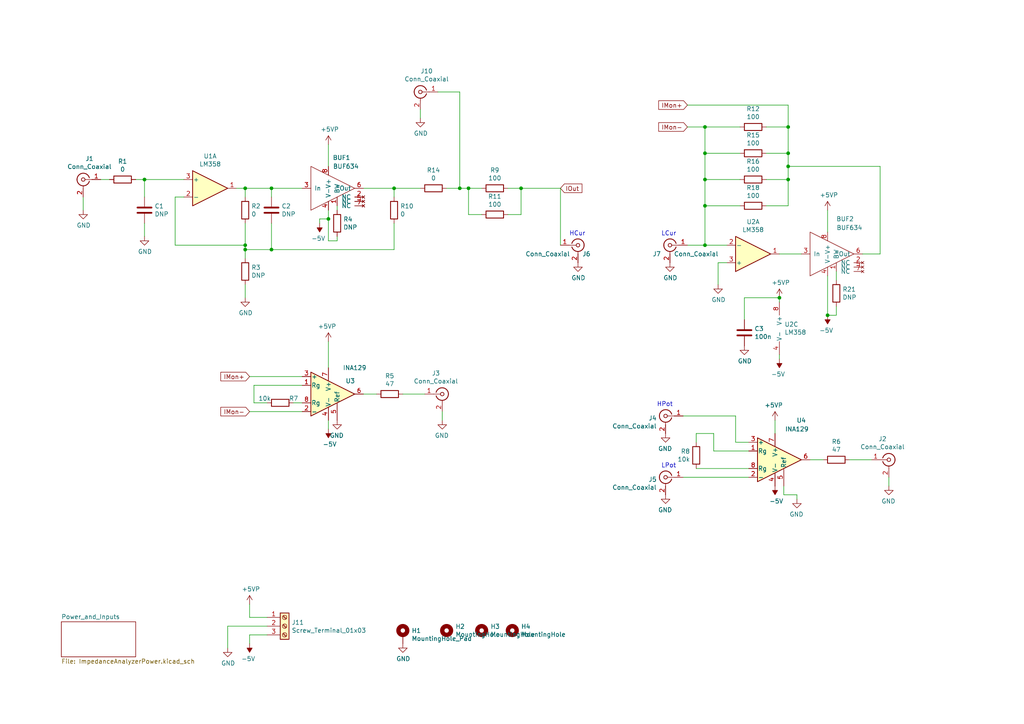
<source format=kicad_sch>
(kicad_sch (version 20211123) (generator eeschema)
  (paper "A4")
  (lib_symbols
    (symbol "Amplifier_Instrumentation:INA129" (pin_names (offset 0.127))
      (property "Reference" "U" (at 3.81 3.175 0))
      (property "Value" "INA129" (at 3.81 -3.175 0))
      (symbol "INA129_0_1"
        (polyline (pts (xy 7.62 0) (xy -5.08 6.35) (xy -5.08 -6.35) (xy 7.62 0)) (stroke (width 0.254)) (fill (type background)))
      )
      (symbol "INA129_1_1"
        (pin passive line (at -7.62 2.54 0) (length 2.54) (name "Rg") (number "1"))
        (pin input line (at -7.62 -5.08 0) (length 2.54) (name "-") (number "2"))
        (pin input line (at -7.62 5.08 0) (length 2.54) (name "+") (number "3"))
        (pin power_in line (at 0 -7.62 90) (length 3.81) (name "V-") (number "4"))
        (pin input line (at 2.54 -7.62 90) (length 5.08) (name "Ref") (number "5"))
        (pin output line (at 10.16 0 180) (length 2.54) (name "~") (number "6"))
        (pin power_in line (at 0 7.62 270) (length 3.81) (name "V+") (number "7"))
        (pin passive line (at -7.62 -2.54 0) (length 2.54) (name "Rg") (number "8"))
      )
    )
    (symbol "Amplifier_Operational:LM358" (pin_names (offset 0.127))
      (property "Reference" "U" (at 0 5.08 0))
      (property "Value" "LM358" (at 0 -5.08 0))
      (symbol "LM358_1_1"
        (polyline (pts (xy -5.08 5.08) (xy 5.08 0) (xy -5.08 -5.08) (xy -5.08 5.08)) (stroke (width 0.254)) (fill (type background)))
        (pin output line (at 7.62 0 180) (length 2.54) (name "~") (number "1"))
        (pin input line (at -7.62 -2.54 0) (length 2.54) (name "-") (number "2"))
        (pin input line (at -7.62 2.54 0) (length 2.54) (name "+") (number "3"))
      )
      (symbol "LM358_2_1"
        (polyline (pts (xy -5.08 5.08) (xy 5.08 0) (xy -5.08 -5.08) (xy -5.08 5.08)) (stroke (width 0.254)) (fill (type background)))
        (pin input line (at -7.62 2.54 0) (length 2.54) (name "+") (number "5"))
        (pin input line (at -7.62 -2.54 0) (length 2.54) (name "-") (number "6"))
        (pin output line (at 7.62 0 180) (length 2.54) (name "~") (number "7"))
      )
      (symbol "LM358_3_1"
        (pin power_in line (at -2.54 -7.62 90) (length 3.81) (name "V-") (number "4"))
        (pin power_in line (at -2.54 7.62 270) (length 3.81) (name "V+") (number "8"))
      )
    )
    (symbol "Connector:Conn_Coaxial" (pin_names (offset 1.016) hide)
      (property "Reference" "J" (at 0.254 3.048 0))
      (property "Value" "Conn_Coaxial" (at 2.921 0 90))
      (symbol "Conn_Coaxial_0_1"
        (arc (start -1.778 -0.508) (mid 0.222 -1.808) (end 1.778 0) (stroke (width 0.254)))
        (polyline (pts (xy -2.54 0) (xy -0.508 0)))
        (polyline (pts (xy 0 -2.54) (xy 0 -1.778)))
        (circle (center 0 0) (radius 0.508) (stroke (width 0.2032)))
        (arc (start 1.778 0) (mid 0.2221 1.8083) (end -1.778 0.508) (stroke (width 0.254)))
      )
      (symbol "Conn_Coaxial_1_1"
        (pin passive line (at -5.08 0 0) (length 2.54) (name "In") (number "1"))
        (pin passive line (at 0 -5.08 90) (length 2.54) (name "Ext") (number "2"))
      )
    )
    (symbol "Connector:Screw_Terminal_01x03" (pin_names (offset 1.016) hide)
      (property "Reference" "J" (at 0 5.08 0))
      (property "Value" "Screw_Terminal_01x03" (at 0 -5.08 0))
      (symbol "Screw_Terminal_01x03_1_1"
        (rectangle (start -1.27 3.81) (end 1.27 -3.81) (stroke (width 0.254)) (fill (type background)))
        (circle (center 0 -2.54) (radius 0.635) (stroke (width 0.1524)))
        (polyline (pts (xy -0.5334 -2.2098) (xy 0.3302 -3.048)) (stroke (width 0.1524)))
        (polyline (pts (xy -0.5334 0.3302) (xy 0.3302 -0.508)) (stroke (width 0.1524)))
        (polyline (pts (xy -0.5334 2.8702) (xy 0.3302 2.032)) (stroke (width 0.1524)))
        (polyline (pts (xy -0.3556 -2.032) (xy 0.508 -2.8702)) (stroke (width 0.1524)))
        (polyline (pts (xy -0.3556 0.508) (xy 0.508 -0.3302)) (stroke (width 0.1524)))
        (polyline (pts (xy -0.3556 3.048) (xy 0.508 2.2098)) (stroke (width 0.1524)))
        (circle (center 0 0) (radius 0.635) (stroke (width 0.1524)))
        (circle (center 0 2.54) (radius 0.635) (stroke (width 0.1524)))
        (pin passive line (at -5.08 2.54 0) (length 3.81) (name "Pin_1") (number "1"))
        (pin passive line (at -5.08 0 0) (length 3.81) (name "Pin_2") (number "2"))
        (pin passive line (at -5.08 -2.54 0) (length 3.81) (name "Pin_3") (number "3"))
      )
    )
    (symbol "Device:C" (pin_numbers hide) (pin_names (offset 0.254))
      (property "Reference" "C" (at 0.635 2.54 0))
      (property "Value" "C" (at 0.635 -2.54 0))
      (symbol "C_0_1"
        (polyline (pts (xy -2.032 -0.762) (xy 2.032 -0.762)) (stroke (width 0.508)))
        (polyline (pts (xy -2.032 0.762) (xy 2.032 0.762)) (stroke (width 0.508)))
      )
      (symbol "C_1_1"
        (pin passive line (at 0 3.81 270) (length 2.794) (name "~") (number "1"))
        (pin passive line (at 0 -3.81 90) (length 2.794) (name "~") (number "2"))
      )
    )
    (symbol "Device:R" (pin_numbers hide) (pin_names (offset 0))
      (property "Reference" "R" (at 2.032 0 90))
      (property "Value" "R" (at 0 0 90))
      (symbol "R_0_1"
        (rectangle (start -1.016 -2.54) (end 1.016 2.54) (stroke (width 0.254)))
      )
      (symbol "R_1_1"
        (pin passive line (at 0 3.81 270) (length 1.27) (name "~") (number "1"))
        (pin passive line (at 0 -3.81 90) (length 1.27) (name "~") (number "2"))
      )
    )
    (symbol "Eli_Lib:BUF634" (pin_names (offset 1.016))
      (property "Reference" "BUF" (at 6.35 6.35 0))
      (property "Value" "Eli_Lib_BUF634" (at 7.62 3.81 0))
      (symbol "BUF634_0_1"
        (polyline (pts (xy -5.08 -6.35) (xy 7.62 0) (xy -5.08 6.35) (xy -5.08 -6.35)))
      )
      (symbol "BUF634_1_1"
        (pin input line (at 2.54 -5.08 90) (length 2.54) (name "BW") (number "1"))
        (pin no_connect line (at 10.16 -2.54 180) (length 2.54) (name "NC") (number "2"))
        (pin input line (at -7.62 0 0) (length 2.54) (name "In") (number "3"))
        (pin input line (at 0 -6.35 90) (length 2.54) (name "V-") (number "4"))
        (pin no_connect line (at 10.16 -3.81 180) (length 2.54) (name "NC") (number "5"))
        (pin input line (at 10.16 0 180) (length 2.54) (name "Out") (number "6"))
        (pin no_connect line (at 10.16 -5.08 180) (length 2.54) (name "NC") (number "7"))
        (pin input line (at 0 6.35 270) (length 2.54) (name "V+") (number "8"))
      )
    )
    (symbol "Mechanical:MountingHole" (pin_names (offset 1.016))
      (property "Reference" "H" (at 0 5.08 0))
      (property "Value" "MountingHole" (at 0 3.175 0))
      (symbol "MountingHole_0_1"
        (circle (center 0 0) (radius 1.27) (stroke (width 1.27)))
      )
    )
    (symbol "Mechanical:MountingHole_Pad" (pin_numbers hide) (pin_names (offset 1.016) hide)
      (property "Reference" "H" (at 0 6.35 0))
      (property "Value" "MountingHole_Pad" (at 0 4.445 0))
      (symbol "MountingHole_Pad_0_1"
        (circle (center 0 1.27) (radius 1.27) (stroke (width 1.27)))
      )
      (symbol "MountingHole_Pad_1_1"
        (pin input line (at 0 -2.54 90) (length 2.54) (name "1") (number "1"))
      )
    )
    (symbol "power:+5VP" (power) (pin_names (offset 0))
      (property "Value" "+5VP" (at 0 3.556 0))
      (symbol "+5VP_0_1"
        (polyline (pts (xy -0.762 1.27) (xy 0 2.54)))
        (polyline (pts (xy 0 0) (xy 0 2.54)))
        (polyline (pts (xy 0 2.54) (xy 0.762 1.27)))
      )
      (symbol "+5VP_1_1"
        (pin power_in line (at 0 0 90) (length 0) hide (name "+5VP") (number "1"))
      )
    )
    (symbol "power:-5V" (power) (pin_names (offset 0))
      (property "Value" "-5V" (at 0 3.81 0))
      (symbol "-5V_0_0"
        (pin power_in line (at 0 0 90) (length 0) hide (name "-5V") (number "1"))
      )
      (symbol "-5V_0_1"
        (polyline (pts (xy 0 0) (xy 0 1.27) (xy 0.762 1.27) (xy 0 2.54) (xy -0.762 1.27) (xy 0 1.27)) (fill (type outline)))
      )
    )
    (symbol "power:GND" (power) (pin_names (offset 0))
      (property "Value" "GND" (at 0 -3.81 0))
      (symbol "GND_0_1"
        (polyline (pts (xy 0 0) (xy 0 -1.27) (xy 1.27 -1.27) (xy 0 -2.54) (xy -1.27 -1.27) (xy 0 -1.27)))
      )
      (symbol "GND_1_1"
        (pin power_in line (at 0 0 270) (length 0) hide (name "GND") (number "1"))
      )
    )
  )
  (junction (at 226.06 86.36))
  (junction (at 133.35 54.61))
  (junction (at 135.89 54.61))
  (junction (at 204.47 59.69))
  (junction (at 228.6 48.26))
  (junction (at 204.47 36.83))
  (junction (at 204.47 44.45))
  (junction (at 240.03 91.44))
  (junction (at 78.74 54.61))
  (junction (at 71.12 72.39))
  (junction (at 228.6 44.45))
  (junction (at 95.25 63.5))
  (junction (at 204.47 52.07))
  (junction (at 41.91 52.07))
  (junction (at 71.12 71.12))
  (junction (at 71.12 54.61))
  (junction (at 78.74 72.39))
  (junction (at 114.3 54.61))
  (junction (at 228.6 36.83))
  (junction (at 151.13 54.61))
  (junction (at 204.47 71.12))
  (junction (at 228.6 52.07))
  (wire (pts (xy 139.7 62.23) (xy 135.89 62.23)))
  (wire (pts (xy 72.39 175.26) (xy 72.39 179.07)))
  (wire (pts (xy 50.8 71.12) (xy 50.8 57.15)))
  (wire (pts (xy 222.25 52.07) (xy 228.6 52.07)))
  (wire (pts (xy 255.27 73.66) (xy 255.27 48.26)))
  (wire (pts (xy 214.63 59.69) (xy 204.47 59.69)))
  (wire (pts (xy 95.25 124.46) (xy 95.25 121.92)))
  (wire (pts (xy 224.79 121.92) (xy 224.79 125.73)))
  (wire (pts (xy 135.89 54.61) (xy 139.7 54.61)))
  (wire (pts (xy 71.12 74.93) (xy 71.12 72.39)))
  (wire (pts (xy 41.91 52.07) (xy 53.34 52.07)))
  (wire (pts (xy 242.57 78.74) (xy 242.57 81.28)))
  (wire (pts (xy 204.47 44.45) (xy 204.47 36.83)))
  (wire (pts (xy 240.03 60.96) (xy 240.03 67.31)))
  (wire (pts (xy 29.21 52.07) (xy 31.75 52.07)))
  (wire (pts (xy 97.79 68.58) (xy 97.79 69.85)))
  (wire (pts (xy 162.56 54.61) (xy 162.56 71.12)))
  (wire (pts (xy 213.36 120.65) (xy 198.12 120.65)))
  (wire (pts (xy 92.71 63.5) (xy 95.25 63.5)))
  (wire (pts (xy 231.14 144.78) (xy 231.14 143.51)))
  (wire (pts (xy 228.6 52.07) (xy 228.6 48.26)))
  (wire (pts (xy 151.13 54.61) (xy 147.32 54.61)))
  (wire (pts (xy 114.3 72.39) (xy 78.74 72.39)))
  (wire (pts (xy 97.79 59.69) (xy 97.79 60.96)))
  (wire (pts (xy 213.36 128.27) (xy 213.36 120.65)))
  (wire (pts (xy 92.71 64.77) (xy 92.71 63.5)))
  (wire (pts (xy 105.41 54.61) (xy 114.3 54.61)))
  (wire (pts (xy 217.17 128.27) (xy 213.36 128.27)))
  (wire (pts (xy 66.04 181.61) (xy 77.47 181.61)))
  (wire (pts (xy 71.12 86.36) (xy 71.12 82.55)))
  (wire (pts (xy 68.58 54.61) (xy 71.12 54.61)))
  (wire (pts (xy 41.91 52.07) (xy 41.91 57.15)))
  (wire (pts (xy 77.47 116.84) (xy 73.66 116.84)))
  (wire (pts (xy 39.37 52.07) (xy 41.91 52.07)))
  (wire (pts (xy 238.76 133.35) (xy 234.95 133.35)))
  (wire (pts (xy 121.92 34.29) (xy 121.92 31.75)))
  (wire (pts (xy 215.9 86.36) (xy 215.9 92.71)))
  (wire (pts (xy 226.06 102.87) (xy 226.06 104.14)))
  (wire (pts (xy 228.6 48.26) (xy 228.6 44.45)))
  (wire (pts (xy 133.35 54.61) (xy 135.89 54.61)))
  (wire (pts (xy 97.79 69.85) (xy 95.25 69.85)))
  (wire (pts (xy 129.54 54.61) (xy 133.35 54.61)))
  (wire (pts (xy 114.3 64.77) (xy 114.3 72.39)))
  (wire (pts (xy 87.63 119.38) (xy 72.39 119.38)))
  (wire (pts (xy 95.25 63.5) (xy 95.25 60.96)))
  (wire (pts (xy 199.39 30.48) (xy 228.6 30.48)))
  (wire (pts (xy 78.74 54.61) (xy 87.63 54.61)))
  (wire (pts (xy 204.47 52.07) (xy 214.63 52.07)))
  (wire (pts (xy 222.25 36.83) (xy 228.6 36.83)))
  (wire (pts (xy 66.04 187.96) (xy 66.04 181.61)))
  (wire (pts (xy 72.39 109.22) (xy 87.63 109.22)))
  (wire (pts (xy 114.3 54.61) (xy 121.92 54.61)))
  (wire (pts (xy 127 26.67) (xy 133.35 26.67)))
  (wire (pts (xy 204.47 59.69) (xy 204.47 52.07)))
  (wire (pts (xy 198.12 138.43) (xy 217.17 138.43)))
  (wire (pts (xy 78.74 72.39) (xy 78.74 64.77)))
  (wire (pts (xy 201.93 125.73) (xy 207.01 125.73)))
  (wire (pts (xy 147.32 62.23) (xy 151.13 62.23)))
  (wire (pts (xy 222.25 44.45) (xy 228.6 44.45)))
  (wire (pts (xy 226.06 73.66) (xy 232.41 73.66)))
  (wire (pts (xy 231.14 143.51) (xy 227.33 143.51)))
  (wire (pts (xy 72.39 186.69) (xy 72.39 184.15)))
  (wire (pts (xy 71.12 54.61) (xy 71.12 57.15)))
  (wire (pts (xy 228.6 30.48) (xy 228.6 36.83)))
  (wire (pts (xy 217.17 135.89) (xy 201.93 135.89)))
  (wire (pts (xy 128.27 121.92) (xy 128.27 119.38)))
  (wire (pts (xy 151.13 54.61) (xy 162.56 54.61)))
  (wire (pts (xy 227.33 143.51) (xy 227.33 140.97)))
  (wire (pts (xy 204.47 71.12) (xy 204.47 59.69)))
  (wire (pts (xy 71.12 72.39) (xy 78.74 72.39)))
  (wire (pts (xy 250.19 73.66) (xy 255.27 73.66)))
  (wire (pts (xy 95.25 99.06) (xy 95.25 106.68)))
  (wire (pts (xy 208.28 76.2) (xy 210.82 76.2)))
  (wire (pts (xy 72.39 184.15) (xy 77.47 184.15)))
  (wire (pts (xy 228.6 44.45) (xy 228.6 36.83)))
  (wire (pts (xy 208.28 82.55) (xy 208.28 76.2)))
  (wire (pts (xy 78.74 54.61) (xy 71.12 54.61)))
  (wire (pts (xy 71.12 71.12) (xy 50.8 71.12)))
  (wire (pts (xy 95.25 69.85) (xy 95.25 63.5)))
  (wire (pts (xy 204.47 36.83) (xy 214.63 36.83)))
  (wire (pts (xy 73.66 111.76) (xy 87.63 111.76)))
  (wire (pts (xy 240.03 91.44) (xy 242.57 91.44)))
  (wire (pts (xy 116.84 114.3) (xy 123.19 114.3)))
  (wire (pts (xy 151.13 62.23) (xy 151.13 54.61)))
  (wire (pts (xy 133.35 26.67) (xy 133.35 54.61)))
  (wire (pts (xy 109.22 114.3) (xy 105.41 114.3)))
  (wire (pts (xy 255.27 48.26) (xy 228.6 48.26)))
  (wire (pts (xy 226.06 86.36) (xy 226.06 87.63)))
  (wire (pts (xy 71.12 72.39) (xy 71.12 71.12)))
  (wire (pts (xy 207.01 130.81) (xy 217.17 130.81)))
  (wire (pts (xy 246.38 133.35) (xy 252.73 133.35)))
  (wire (pts (xy 41.91 68.58) (xy 41.91 64.77)))
  (wire (pts (xy 72.39 179.07) (xy 77.47 179.07)))
  (wire (pts (xy 24.13 60.96) (xy 24.13 57.15)))
  (wire (pts (xy 257.81 140.97) (xy 257.81 138.43)))
  (wire (pts (xy 204.47 71.12) (xy 199.39 71.12)))
  (wire (pts (xy 242.57 91.44) (xy 242.57 88.9)))
  (wire (pts (xy 114.3 54.61) (xy 114.3 57.15)))
  (wire (pts (xy 78.74 54.61) (xy 78.74 57.15)))
  (wire (pts (xy 199.39 36.83) (xy 204.47 36.83)))
  (wire (pts (xy 87.63 116.84) (xy 85.09 116.84)))
  (wire (pts (xy 73.66 111.76) (xy 73.66 116.84)))
  (wire (pts (xy 135.89 62.23) (xy 135.89 54.61)))
  (wire (pts (xy 204.47 44.45) (xy 204.47 52.07)))
  (wire (pts (xy 240.03 80.01) (xy 240.03 91.44)))
  (wire (pts (xy 207.01 125.73) (xy 207.01 130.81)))
  (wire (pts (xy 71.12 64.77) (xy 71.12 71.12)))
  (wire (pts (xy 210.82 71.12) (xy 204.47 71.12)))
  (wire (pts (xy 222.25 59.69) (xy 228.6 59.69)))
  (wire (pts (xy 201.93 128.27) (xy 201.93 125.73)))
  (wire (pts (xy 95.25 41.91) (xy 95.25 48.26)))
  (wire (pts (xy 50.8 57.15) (xy 53.34 57.15)))
  (wire (pts (xy 226.06 86.36) (xy 215.9 86.36)))
  (wire (pts (xy 204.47 44.45) (xy 214.63 44.45)))
  (wire (pts (xy 228.6 52.07) (xy 228.6 59.69)))
  (text "HCur" (at 165.1 68.58 0) (effects (font (size 1.27 1.27)) (justify left bottom)))
  (text "LCur" (at 191.77 68.58 0) (effects (font (size 1.27 1.27)) (justify left bottom)))
  (text "LPot" (at 191.77 135.89 0) (effects (font (size 1.27 1.27)) (justify left bottom)))
  (text "HPot" (at 190.5 118.11 0) (effects (font (size 1.27 1.27)) (justify left bottom)))
  (global_label "IMon-" (shape input) (at 199.39 36.83 180) (property "Intersheet References" "${INTERSHEET_REFS}" (effects hide)))
  (global_label "IMon-" (shape input) (at 72.39 119.38 180) (property "Intersheet References" "${INTERSHEET_REFS}" (effects hide)))
  (global_label "IOut" (shape input) (at 162.56 54.61 0) (property "Intersheet References" "${INTERSHEET_REFS}" (effects hide)))
  (global_label "IMon+" (shape input) (at 199.39 30.48 180) (property "Intersheet References" "${INTERSHEET_REFS}" (effects hide)))
  (global_label "IMon+" (shape input) (at 72.39 109.22 180) (property "Intersheet References" "${INTERSHEET_REFS}" (effects hide)))
  (symbol (lib_id "Amplifier_Instrumentation:INA129") (at 224.79 133.35 0) (unit 1)
    (property "Reference" "U4" (at 232.41 121.92 0))
    (property "Value" "INA129" (at 231.14 124.46 0))
    (property "Footprint" "Package_DIP:DIP-8_W7.62mm" (effects hide))
    (property "Datasheet" "http://www.ti.com/lit/ds/symlink/ina128.pdf" (effects hide))
  )
  (symbol (lib_id "Connector:Conn_Coaxial") (at 24.13 52.07 0) (mirror y) (unit 1)
    (property "Reference" "J1" (at 25.9588 46.0248 0))
    (property "Value" "Conn_Coaxial" (at 25.9588 48.3362 0))
    (property "Footprint" "Connector_Coaxial:BNC_TEConnectivity_1478204_Vertical" (effects hide))
    (property "Datasheet" " ~" (effects hide))
  )
  (symbol (lib_id "Amplifier_Operational:LM358") (at 60.96 54.61 0) (unit 1)
    (property "Reference" "U1" (at 60.96 45.2882 0))
    (property "Value" "LM358" (at 60.96 47.5996 0))
    (property "Footprint" "Package_SO:SO-8_3.9x4.9mm_P1.27mm" (effects hide))
    (property "Datasheet" "http://www.ti.com/lit/ds/symlink/lm2904-n.pdf" (effects hide))
  )
  (symbol (lib_id "Device:R") (at 71.12 60.96 0) (unit 1)
    (property "Reference" "R2" (at 72.898 59.7916 0) (effects (justify left)))
    (property "Value" "0" (at 72.898 62.103 0) (effects (justify left)))
    (property "Footprint" "Resistor_SMD:R_1206_3216Metric" (effects hide))
  )
  (symbol (lib_id "Device:R") (at 71.12 78.74 0) (unit 1)
    (property "Reference" "R3" (at 72.898 77.5716 0) (effects (justify left)))
    (property "Value" "DNP" (at 72.898 79.883 0) (effects (justify left)))
    (property "Footprint" "Resistor_SMD:R_1206_3216Metric" (effects hide))
  )
  (symbol (lib_id "Device:R") (at 35.56 52.07 270) (unit 1)
    (property "Reference" "R1" (at 35.56 46.8122 90))
    (property "Value" "0" (at 35.56 49.1236 90))
    (property "Footprint" "Resistor_SMD:R_1206_3216Metric" (effects hide))
  )
  (symbol (lib_id "Device:C") (at 41.91 60.96 0) (unit 1)
    (property "Reference" "C1" (at 44.831 59.7916 0) (effects (justify left)))
    (property "Value" "DNP" (at 44.831 62.103 0) (effects (justify left)))
    (property "Footprint" "Capacitor_SMD:C_0805_2012Metric" (effects hide))
  )
  (symbol (lib_id "power:GND") (at 24.13 60.96 0) (unit 1)
    (property "Reference" "#PWR0101" (effects hide))
    (property "Value" "GND" (at 24.257 65.3542 0))
  )
  (symbol (lib_id "power:GND") (at 41.91 68.58 0) (unit 1)
    (property "Reference" "#PWR0102" (effects hide))
    (property "Value" "GND" (at 42.037 72.9742 0))
  )
  (symbol (lib_id "power:GND") (at 71.12 86.36 0) (unit 1)
    (property "Reference" "#PWR0103" (effects hide))
    (property "Value" "GND" (at 71.247 90.7542 0))
  )
  (symbol (lib_id "Device:C") (at 78.74 60.96 0) (unit 1)
    (property "Reference" "C2" (at 81.661 59.7916 0) (effects (justify left)))
    (property "Value" "DNP" (at 81.661 62.103 0) (effects (justify left)))
    (property "Footprint" "Capacitor_SMD:C_0805_2012Metric" (effects hide))
  )
  (symbol (lib_id "Device:R") (at 143.51 54.61 270) (unit 1)
    (property "Reference" "R9" (at 143.51 49.3522 90))
    (property "Value" "100" (at 143.51 51.6636 90))
    (property "Footprint" "Resistor_SMD:R_1206_3216Metric" (effects hide))
  )
  (symbol (lib_id "Connector:Conn_Coaxial") (at 167.64 71.12 0) (unit 1)
    (property "Reference" "J6" (at 168.91 73.66 0) (effects (justify left)))
    (property "Value" "Conn_Coaxial" (at 152.4 73.66 0) (effects (justify left)))
    (property "Footprint" "Connector_Coaxial:BNC_TEConnectivity_1478204_Vertical" (effects hide))
    (property "Datasheet" " ~" (effects hide))
  )
  (symbol (lib_id "Connector:Conn_Coaxial") (at 193.04 120.65 0) (mirror y) (unit 1)
    (property "Reference" "J4" (at 190.5 121.285 0) (effects (justify left)))
    (property "Value" "Conn_Coaxial" (at 190.5 123.5964 0) (effects (justify left)))
    (property "Footprint" "Connector_Coaxial:BNC_TEConnectivity_1478204_Vertical" (effects hide))
    (property "Datasheet" " ~" (effects hide))
  )
  (symbol (lib_id "Connector:Conn_Coaxial") (at 193.04 138.43 0) (mirror y) (unit 1)
    (property "Reference" "J5" (at 190.5 139.065 0) (effects (justify left)))
    (property "Value" "Conn_Coaxial" (at 190.5 141.3764 0) (effects (justify left)))
    (property "Footprint" "Connector_Coaxial:BNC_TEConnectivity_1478204_Vertical" (effects hide))
    (property "Datasheet" " ~" (effects hide))
  )
  (symbol (lib_id "Connector:Conn_Coaxial") (at 194.31 71.12 0) (mirror y) (unit 1)
    (property "Reference" "J7" (at 190.5 73.66 0))
    (property "Value" "Conn_Coaxial" (at 201.93 73.66 0))
    (property "Footprint" "Connector_Coaxial:BNC_TEConnectivity_1478204_Vertical" (effects hide))
    (property "Datasheet" " ~" (effects hide))
  )
  (symbol (lib_id "power:GND") (at 193.04 125.73 0) (mirror y) (unit 1)
    (property "Reference" "#PWR0106" (effects hide))
    (property "Value" "GND" (at 192.913 130.1242 0))
  )
  (symbol (lib_id "power:GND") (at 167.64 76.2 0) (unit 1)
    (property "Reference" "#PWR0107" (effects hide))
    (property "Value" "GND" (at 167.767 80.5942 0))
  )
  (symbol (lib_id "power:GND") (at 193.04 143.51 0) (mirror y) (unit 1)
    (property "Reference" "#PWR0108" (effects hide))
    (property "Value" "GND" (at 192.913 147.9042 0))
  )
  (symbol (lib_id "power:GND") (at 194.31 76.2 0) (unit 1)
    (property "Reference" "#PWR0109" (effects hide))
    (property "Value" "GND" (at 194.437 80.5942 0))
  )
  (symbol (lib_id "Amplifier_Instrumentation:INA129") (at 95.25 114.3 0) (unit 1)
    (property "Reference" "U3" (at 101.6 110.49 0))
    (property "Value" "INA129" (at 102.87 106.68 0))
    (property "Footprint" "Package_DIP:DIP-8_W7.62mm" (effects hide))
    (property "Datasheet" "http://www.ti.com/lit/ds/symlink/ina128.pdf" (effects hide))
  )
  (symbol (lib_id "Device:R") (at 81.28 116.84 270) (unit 1)
    (property "Reference" "R7" (at 83.82 115.57 90) (effects (justify left)))
    (property "Value" "10k" (at 74.93 115.57 90) (effects (justify left)))
    (property "Footprint" "Resistor_SMD:R_1206_3216Metric" (effects hide))
  )
  (symbol (lib_id "Device:R") (at 201.93 132.08 0) (mirror y) (unit 1)
    (property "Reference" "R8" (at 200.152 130.9116 0) (effects (justify left)))
    (property "Value" "10k" (at 200.152 133.223 0) (effects (justify left)))
    (property "Footprint" "Resistor_SMD:R_1206_3216Metric" (effects hide))
  )
  (symbol (lib_id "Connector:Conn_Coaxial") (at 257.81 133.35 0) (unit 1)
    (property "Reference" "J2" (at 255.9812 127.3048 0))
    (property "Value" "Conn_Coaxial" (at 255.9812 129.6162 0))
    (property "Footprint" "Connector_Coaxial:BNC_TEConnectivity_1478204_Vertical" (effects hide))
    (property "Datasheet" " ~" (effects hide))
  )
  (symbol (lib_id "Device:R") (at 113.03 114.3 90) (mirror x) (unit 1)
    (property "Reference" "R5" (at 113.03 109.0422 90))
    (property "Value" "47" (at 113.03 111.3536 90))
    (property "Footprint" "Resistor_SMD:R_1206_3216Metric" (effects hide))
  )
  (symbol (lib_id "power:GND") (at 257.81 140.97 0) (mirror y) (unit 1)
    (property "Reference" "#PWR0111" (effects hide))
    (property "Value" "GND" (at 257.683 145.3642 0))
  )
  (symbol (lib_id "Connector:Conn_Coaxial") (at 128.27 114.3 0) (unit 1)
    (property "Reference" "J3" (at 126.4412 108.2548 0))
    (property "Value" "Conn_Coaxial" (at 126.4412 110.5662 0))
    (property "Footprint" "Connector_Coaxial:BNC_TEConnectivity_1478204_Vertical" (effects hide))
    (property "Datasheet" " ~" (effects hide))
  )
  (symbol (lib_id "Device:R") (at 242.57 133.35 90) (mirror x) (unit 1)
    (property "Reference" "R6" (at 242.57 128.0922 90))
    (property "Value" "47" (at 242.57 130.4036 90))
    (property "Footprint" "Resistor_SMD:R_1206_3216Metric" (effects hide))
  )
  (symbol (lib_id "power:GND") (at 128.27 121.92 0) (mirror y) (unit 1)
    (property "Reference" "#PWR0112" (effects hide))
    (property "Value" "GND" (at 128.143 126.3142 0))
  )
  (symbol (lib_id "Device:R") (at 125.73 54.61 270) (unit 1)
    (property "Reference" "R14" (at 125.73 49.3522 90))
    (property "Value" "0" (at 125.73 51.6636 90))
    (property "Footprint" "Resistor_SMD:R_1206_3216Metric" (effects hide))
  )
  (symbol (lib_id "power:-5V") (at 224.79 140.97 0) (mirror x) (unit 1)
    (property "Reference" "#PWR0120" (effects hide))
    (property "Value" "-5V" (at 225.171 145.3642 0))
  )
  (symbol (lib_id "power:-5V") (at 95.25 124.46 0) (mirror x) (unit 1)
    (property "Reference" "#PWR0121" (effects hide))
    (property "Value" "-5V" (at 95.631 128.8542 0))
  )
  (symbol (lib_id "power:GND") (at 97.79 121.92 0) (mirror y) (unit 1)
    (property "Reference" "#PWR0122" (effects hide))
    (property "Value" "GND" (at 97.663 126.3142 0))
  )
  (symbol (lib_id "power:GND") (at 231.14 144.78 0) (mirror y) (unit 1)
    (property "Reference" "#PWR0123" (effects hide))
    (property "Value" "GND" (at 231.013 149.1742 0))
  )
  (symbol (lib_id "Connector:Conn_Coaxial") (at 121.92 26.67 0) (mirror y) (unit 1)
    (property "Reference" "J10" (at 123.7488 20.6248 0))
    (property "Value" "Conn_Coaxial" (at 123.7488 22.9362 0))
    (property "Footprint" "Connector_Coaxial:BNC_TEConnectivity_1478204_Vertical" (effects hide))
    (property "Datasheet" " ~" (effects hide))
  )
  (symbol (lib_id "power:GND") (at 121.92 34.29 0) (unit 1)
    (property "Reference" "#PWR0131" (effects hide))
    (property "Value" "GND" (at 122.047 38.6842 0))
  )
  (symbol (lib_id "Connector:Screw_Terminal_01x03") (at 82.55 181.61 0) (unit 1)
    (property "Reference" "J11" (at 84.582 180.5432 0) (effects (justify left)))
    (property "Value" "Screw_Terminal_01x03" (at 84.582 182.8546 0) (effects (justify left)))
    (property "Footprint" "TerminalBlock:TerminalBlock_bornier-3_P5.08mm" (effects hide))
  )
  (symbol (lib_id "power:GND") (at 66.04 187.96 0) (unit 1)
    (property "Reference" "#PWR0138" (effects hide))
    (property "Value" "GND" (at 66.167 192.3542 0))
  )
  (symbol (lib_id "power:-5V") (at 72.39 186.69 180) (unit 1)
    (property "Reference" "#PWR0139" (effects hide))
    (property "Value" "-5V" (at 72.009 191.0842 0))
  )
  (symbol (lib_id "power:+5VP") (at 224.79 121.92 0) (mirror y) (unit 1)
    (property "Reference" "#PWR0127" (effects hide))
    (property "Value" "+5VP" (at 224.409 117.5258 0))
  )
  (symbol (lib_id "power:+5VP") (at 72.39 175.26 0) (unit 1)
    (property "Reference" "#PWR0137" (effects hide))
    (property "Value" "+5VP" (at 72.771 170.8658 0))
  )
  (symbol (lib_id "power:+5VP") (at 95.25 99.06 0) (mirror y) (unit 1)
    (property "Reference" "#PWR0140" (effects hide))
    (property "Value" "+5VP" (at 94.869 94.6658 0))
  )
  (symbol (lib_id "Device:R") (at 218.44 36.83 270) (unit 1)
    (property "Reference" "R12" (at 218.44 31.5722 90))
    (property "Value" "100" (at 218.44 33.8836 90))
    (property "Footprint" "Resistor_SMD:R_1206_3216Metric" (effects hide))
  )
  (symbol (lib_id "Device:R") (at 218.44 44.45 270) (unit 1)
    (property "Reference" "R15" (at 218.44 39.1922 90))
    (property "Value" "100" (at 218.44 41.5036 90))
    (property "Footprint" "Resistor_SMD:R_1206_3216Metric" (effects hide))
  )
  (symbol (lib_id "Device:R") (at 218.44 52.07 270) (unit 1)
    (property "Reference" "R16" (at 218.44 46.8122 90))
    (property "Value" "100" (at 218.44 49.1236 90))
    (property "Footprint" "Resistor_SMD:R_1206_3216Metric" (effects hide))
  )
  (symbol (lib_id "Device:R") (at 218.44 59.69 270) (unit 1)
    (property "Reference" "R18" (at 218.44 54.4322 90))
    (property "Value" "100" (at 218.44 56.7436 90))
    (property "Footprint" "Resistor_SMD:R_1206_3216Metric" (effects hide))
  )
  (symbol (lib_id "Amplifier_Operational:LM358") (at 218.44 73.66 0) (mirror x) (unit 1)
    (property "Reference" "U2" (at 218.44 64.3382 0))
    (property "Value" "LM358" (at 218.44 66.6496 0))
    (property "Footprint" "Package_SO:SO-8_3.9x4.9mm_P1.27mm" (effects hide))
    (property "Datasheet" "http://www.ti.com/lit/ds/symlink/lm2904-n.pdf" (effects hide))
  )
  (symbol (lib_id "power:GND") (at 208.28 82.55 0) (unit 1)
    (property "Reference" "#PWR0105" (effects hide))
    (property "Value" "GND" (at 208.407 86.9442 0))
  )
  (symbol (lib_id "Eli_Lib:BUF634") (at 240.03 73.66 0) (unit 1)
    (property "Reference" "BUF2" (at 245.11 63.5 0))
    (property "Value" "BUF634" (at 246.38 66.04 0))
    (property "Footprint" "Package_SO:SO-8_3.9x4.9mm_P1.27mm" (effects hide))
  )
  (symbol (lib_id "Device:R") (at 143.51 62.23 270) (unit 1)
    (property "Reference" "R11" (at 143.51 56.9722 90))
    (property "Value" "100" (at 143.51 59.2836 90))
    (property "Footprint" "Resistor_SMD:R_1206_3216Metric" (effects hide))
  )
  (symbol (lib_id "Eli_Lib:BUF634") (at 95.25 54.61 0) (unit 1)
    (property "Reference" "BUF1" (at 99.06 45.72 0))
    (property "Value" "BUF634" (at 100.33 48.26 0))
    (property "Footprint" "Package_SO:SO-8_3.9x4.9mm_P1.27mm" (effects hide))
  )
  (symbol (lib_id "Device:R") (at 114.3 60.96 0) (unit 1)
    (property "Reference" "R10" (at 116.078 59.7916 0) (effects (justify left)))
    (property "Value" "0" (at 116.078 62.103 0) (effects (justify left)))
    (property "Footprint" "Resistor_SMD:R_1206_3216Metric" (effects hide))
  )
  (symbol (lib_id "Device:R") (at 97.79 64.77 0) (unit 1)
    (property "Reference" "R4" (at 99.568 63.6016 0) (effects (justify left)))
    (property "Value" "DNP" (at 99.568 65.913 0) (effects (justify left)))
    (property "Footprint" "Resistor_SMD:R_1206_3216Metric" (effects hide))
  )
  (symbol (lib_id "power:-5V") (at 92.71 64.77 180) (unit 1)
    (property "Reference" "#PWR0110" (effects hide))
    (property "Value" "-5V" (at 92.329 69.1642 0))
  )
  (symbol (lib_id "power:+5VP") (at 95.25 41.91 0) (unit 1)
    (property "Reference" "#PWR0128" (effects hide))
    (property "Value" "+5VP" (at 95.631 37.5158 0))
  )
  (symbol (lib_id "Device:R") (at 242.57 85.09 0) (unit 1)
    (property "Reference" "R21" (at 244.348 83.9216 0) (effects (justify left)))
    (property "Value" "DNP" (at 244.348 86.233 0) (effects (justify left)))
    (property "Footprint" "Resistor_SMD:R_1206_3216Metric" (effects hide))
  )
  (symbol (lib_id "power:-5V") (at 240.03 91.44 180) (unit 1)
    (property "Reference" "#PWR0130" (effects hide))
    (property "Value" "-5V" (at 239.649 95.8342 0))
  )
  (symbol (lib_id "power:+5VP") (at 240.03 60.96 0) (unit 1)
    (property "Reference" "#PWR0141" (effects hide))
    (property "Value" "+5VP" (at 240.411 56.5658 0))
  )
  (symbol (lib_id "Mechanical:MountingHole_Pad") (at 116.84 184.15 0) (unit 1)
    (property "Reference" "H1" (at 119.38 182.9054 0) (effects (justify left)))
    (property "Value" "MountingHole_Pad" (at 119.38 185.2168 0) (effects (justify left)))
    (property "Footprint" "MountingHole:MountingHole_4.3mm_M4_Pad" (effects hide))
  )
  (symbol (lib_id "Mechanical:MountingHole") (at 129.54 182.88 0) (unit 1)
    (property "Reference" "H2" (at 132.08 181.7116 0) (effects (justify left)))
    (property "Value" "MountingHole" (at 132.08 184.023 0) (effects (justify left)))
    (property "Footprint" "MountingHole:MountingHole_4mm" (effects hide))
  )
  (symbol (lib_id "Mechanical:MountingHole") (at 139.7 182.88 0) (unit 1)
    (property "Reference" "H3" (at 142.24 181.7116 0) (effects (justify left)))
    (property "Value" "MountingHole" (at 142.24 184.023 0) (effects (justify left)))
    (property "Footprint" "MountingHole:MountingHole_4mm" (effects hide))
  )
  (symbol (lib_id "Mechanical:MountingHole") (at 148.59 182.88 0) (unit 1)
    (property "Reference" "H4" (at 151.13 181.7116 0) (effects (justify left)))
    (property "Value" "MountingHole" (at 151.13 184.023 0) (effects (justify left)))
    (property "Footprint" "MountingHole:MountingHole_4mm" (effects hide))
  )
  (symbol (lib_id "power:GND") (at 116.84 186.69 0) (unit 1)
    (property "Reference" "#PWR0166" (effects hide))
    (property "Value" "GND" (at 116.967 191.0842 0))
  )
  (symbol (lib_id "Amplifier_Operational:LM358") (at 228.6 95.25 0) (unit 3)
    (property "Reference" "U2" (at 227.5332 94.0816 0) (effects (justify left)))
    (property "Value" "LM358" (at 227.5332 96.393 0) (effects (justify left)))
    (property "Footprint" "Package_SO:SO-8_3.9x4.9mm_P1.27mm" (effects hide))
    (property "Datasheet" "http://www.ti.com/lit/ds/symlink/lm2904-n.pdf" (effects hide))
  )
  (symbol (lib_id "power:+5VP") (at 226.06 86.36 0) (unit 1)
    (property "Reference" "#PWR0142" (effects hide))
    (property "Value" "+5VP" (at 226.441 81.9658 0))
  )
  (symbol (lib_id "power:-5V") (at 226.06 104.14 180) (unit 1)
    (property "Reference" "#PWR0146" (effects hide))
    (property "Value" "-5V" (at 225.679 108.5342 0))
  )
  (symbol (lib_id "Device:C") (at 215.9 96.52 0) (unit 1)
    (property "Reference" "C3" (at 218.821 95.3516 0) (effects (justify left)))
    (property "Value" "100n" (at 218.821 97.663 0) (effects (justify left)))
    (property "Footprint" "Capacitor_SMD:C_0805_2012Metric" (effects hide))
  )
  (symbol (lib_id "power:GND") (at 215.9 100.33 0) (unit 1)
    (property "Reference" "#PWR0147" (effects hide))
    (property "Value" "GND" (at 216.027 104.7242 0))
  )
  (sheet (at 17.78 180.34) (size 21.59 10.16) (stroke (width 0.1524))
    (property "Sheet name" "Power_and_Inputs" (at 17.78 179.6284 0) (effects (justify left bottom)))
    (property "Sheet file" "ImpedanceAnalyzerPower.kicad_sch" (at 17.78 191.0846 0) (effects (justify left top)))
  )
)
</source>
